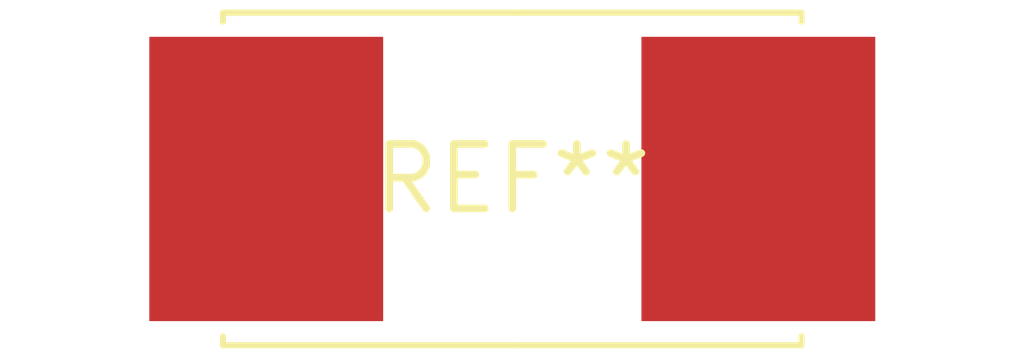
<source format=kicad_pcb>
(kicad_pcb (version 20240108) (generator pcbnew)
  (layers (0 "F.Cu" signal) (31 "B.Cu" signal) (34 "B.Paste" user) (35 "F.Paste" user) (36 "B.SilkS" user "B.Silkscreen") (37 "F.SilkS" user "F.Silkscreen") (38 "B.Mask" user) (39 "F.Mask" user) (44 "Edge.Cuts" user))
  (net 0 "")
  (footprint "L_Vishay_IHSM-3825" (layer "F.Cu") (at 0 0)
    (property "Reference" "REF**")
    (property "Value" "L_Vishay_IHSM-3825")
    (fp_line (start -5.69 -3.275) (end 0 -3.275) (layer "F.SilkS") (stroke (width 0.12)))
    (fp_line (start -5.69 -3.1) (end -5.69 -3.275) (layer "F.SilkS") (stroke (width 0.12)))
    (fp_line (start -5.69 3.1) (end -5.69 3.275) (layer "F.SilkS") (stroke (width 0.12)))
    (fp_line (start -5.69 3.275) (end 0 3.275) (layer "F.SilkS") (stroke (width 0.12)))
    (fp_line (start 5.69 -3.275) (end 0 -3.275) (layer "F.SilkS") (stroke (width 0.12)))
    (fp_line (start 5.69 -3.1) (end 5.69 -3.275) (layer "F.SilkS") (stroke (width 0.12)))
    (fp_line (start 5.69 3.1) (end 5.69 3.275) (layer "F.SilkS") (stroke (width 0.12)))
    (fp_line (start 5.69 3.275) (end 0 3.275) (layer "F.SilkS") (stroke (width 0.12)))
    (pad "1" smd rect (at -4.84 0) (size 4.6 5.6) (layers "F.Cu" "F.Paste" "F.Mask"))
    (pad "2" smd rect (at 4.84 0) (size 4.6 5.6) (layers "F.Cu" "F.Paste" "F.Mask"))
  )
)
</source>
